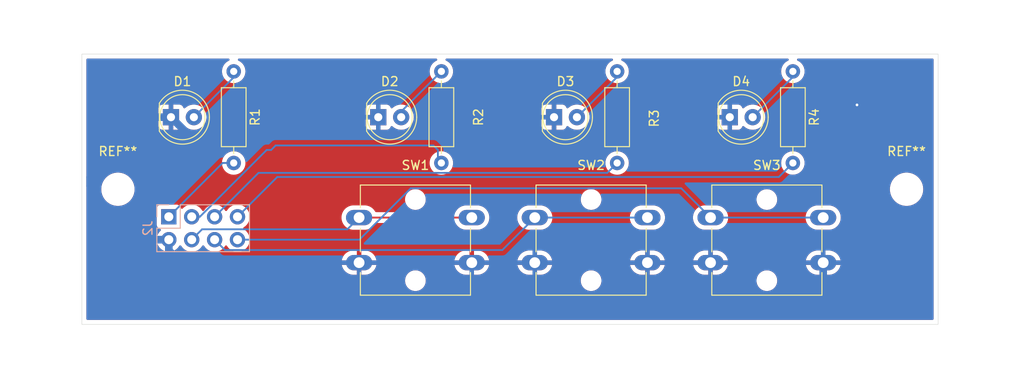
<source format=kicad_pcb>
(kicad_pcb (version 20240108) (generator "pcbnew") (generator_version "8.0")
  (layers (0 "F.Cu" signal) (31 "B.Cu" signal) (34 "B.Paste" user) (35 "F.Paste" user) (36 "B.SilkS" user "B.Silkscreen") (37 "F.SilkS" user "F.Silkscreen") (38 "B.Mask" user) (39 "F.Mask" user) (44 "Edge.Cuts" user))
  (net 0 "")
  (net 1 "Net-(D1-A)")
  (net 2 "Earth")
  (net 3 "Net-(D2-A)")
  (net 4 "Net-(D3-A)")
  (net 5 "Net-(D4-A)")
  (net 6 "/MAIN_LED")
  (net 7 "/RELAY3_BTN")
  (net 8 "/RELAY2_BTN")
  (net 9 "/RELAY3_LED")
  (net 10 "/RELAY2_LED")
  (net 11 "/RELAY1_LED")
  (net 12 "/RELAY1_BTN")
  (footprint "Resistor_THT:R_Axial_DIN0207_L6.3mm_D2.5mm_P10.16mm_Horizontal" (layer "F.Cu") (at 47.645813 31.781427 -90)
    (property "Reference" "R1" (at 5.08 -2.37 90) (layer "F.SilkS"))
    (property "Value" "330")
    (fp_line (start 1.81 1.37) (end 8.35 1.37) (stroke (width 0.12)) (layer "F.SilkS"))
    (fp_line (start 8.35 1.37) (end 8.35 -1.37) (stroke (width 0.12)) (layer "F.SilkS"))
    (fp_line (start 1.04 0) (end 1.81 0) (stroke (width 0.12)) (layer "F.SilkS"))
    (fp_line (start 9.12 0) (end 8.35 0) (stroke (width 0.12)) (layer "F.SilkS"))
    (fp_line (start 1.81 -1.37) (end 1.81 1.37) (stroke (width 0.12)) (layer "F.SilkS"))
    (fp_line (start 8.35 -1.37) (end 1.81 -1.37) (stroke (width 0.12)) (layer "F.SilkS"))
    (pad "1" thru_hole circle (at 0 0 270) (size 1.6 1.6) (drill 0.8) (layers "*.Cu" "*.Mask") (net 1 "Net-(D1-A)"))
    (pad "2" thru_hole oval (at 10.16 0 270) (size 1.6 1.6) (drill 0.8) (layers "*.Cu" "*.Mask") (net 6 "/MAIN_LED"))
  )
  (footprint "LED_THT:LED_D5.0mm" (layer "F.Cu") (at 83.185813 36.861427)
    (property "Reference" "D3" (at 1.27 -3.96 0) (layer "F.SilkS"))
    (property "Value" "LED")
    (fp_line (start -1.29 -1.545) (end -1.29 1.545) (stroke (width 0.12)) (layer "F.SilkS"))
    (fp_arc (start -1.29 -1.54483) (mid 2.072002 -2.880433) (end 4.26 0.000462) (stroke (width 0.12)) (layer "F.SilkS"))
    (fp_arc (start 4.26 -0.000462) (mid 2.072002 2.880433) (end -1.29 1.54483) (stroke (width 0.12)) (layer "F.SilkS"))
    (fp_circle (center 1.27 0) (end 3.77 0) (stroke (width 0.12)) (fill none) (layer "F.SilkS"))
    (pad "1" thru_hole rect (at 0 0) (size 1.8 1.8) (drill 0.9) (layers "*.Cu" "*.Mask") (net 2 "Earth"))
    (pad "2" thru_hole circle (at 2.54 0) (size 1.8 1.8) (drill 0.9) (layers "*.Cu" "*.Mask") (net 4 "Net-(D3-A)"))
  )
  (footprint "LED_THT:LED_D5.0mm" (layer "F.Cu") (at 40.685813 36.861427)
    (property "Reference" "D1" (at 1.27 -3.96 0) (layer "F.SilkS"))
    (property "Value" "LED")
    (fp_line (start -1.29 -1.545) (end -1.29 1.545) (stroke (width 0.12)) (layer "F.SilkS"))
    (fp_arc (start -1.29 -1.54483) (mid 2.072002 -2.880433) (end 4.26 0.000462) (stroke (width 0.12)) (layer "F.SilkS"))
    (fp_arc (start 4.26 -0.000462) (mid 2.072002 2.880433) (end -1.29 1.54483) (stroke (width 0.12)) (layer "F.SilkS"))
    (fp_circle (center 1.27 0) (end 3.77 0) (stroke (width 0.12)) (fill none) (layer "F.SilkS"))
    (pad "1" thru_hole rect (at 0 0) (size 1.8 1.8) (drill 0.9) (layers "*.Cu" "*.Mask") (net 2 "Earth"))
    (pad "2" thru_hole circle (at 2.54 0) (size 1.8 1.8) (drill 0.9) (layers "*.Cu" "*.Mask") (net 1 "Net-(D1-A)"))
  )
  (footprint "MountingHole:MountingHole_3.2mm_M3" (layer "F.Cu") (at 122.3 44.858052)
    (property "Reference" "REF**" (at 0 -4.2 0) (layer "F.SilkS"))
    (property "Value" "MountingHole_3.2mm_M3" (hide yes))
    (pad "" np_thru_hole circle (at 0 0) (size 3.2 3.2) (drill 3.2) (layers "*.Cu" "*.Mask"))
  )
  (footprint "LED_THT:LED_D5.0mm" (layer "F.Cu") (at 63.685813 36.861427)
    (property "Reference" "D2" (at 1.27 -3.96 0) (layer "F.SilkS"))
    (property "Value" "LED")
    (fp_line (start -1.29 -1.545) (end -1.29 1.545) (stroke (width 0.12)) (layer "F.SilkS"))
    (fp_arc (start -1.29 -1.54483) (mid 2.072002 -2.880433) (end 4.26 0.000462) (stroke (width 0.12)) (layer "F.SilkS"))
    (fp_arc (start 4.26 -0.000462) (mid 2.072002 2.880433) (end -1.29 1.54483) (stroke (width 0.12)) (layer "F.SilkS"))
    (fp_circle (center 1.27 0) (end 3.77 0) (stroke (width 0.12)) (fill none) (layer "F.SilkS"))
    (pad "1" thru_hole rect (at 0 0) (size 1.8 1.8) (drill 0.9) (layers "*.Cu" "*.Mask") (net 2 "Earth"))
    (pad "2" thru_hole circle (at 2.54 0) (size 1.8 1.8) (drill 0.9) (layers "*.Cu" "*.Mask") (net 3 "Net-(D2-A)"))
  )
  (footprint "MountingHole:MountingHole_3.2mm_M3" (layer "F.Cu") (at 34.8 44.858052)
    (property "Reference" "REF**" (at 0 -4.2 0) (layer "F.SilkS"))
    (property "Value" "MountingHole_3.2mm_M3" (hide yes))
    (pad "" np_thru_hole circle (at 0 0) (size 3.2 3.2) (drill 3.2) (layers "*.Cu" "*.Mask"))
  )
  (footprint "LED_THT:LED_D5.0mm" (layer "F.Cu") (at 102.685813 36.861427)
    (property "Reference" "D4" (at 1.27 -3.96 0) (layer "F.SilkS"))
    (property "Value" "LED")
    (fp_line (start -1.29 -1.545) (end -1.29 1.545) (stroke (width 0.12)) (layer "F.SilkS"))
    (fp_arc (start -1.29 -1.54483) (mid 2.072002 -2.880433) (end 4.26 0.000462) (stroke (width 0.12)) (layer "F.SilkS"))
    (fp_arc (start 4.26 -0.000462) (mid 2.072002 2.880433) (end -1.29 1.54483) (stroke (width 0.12)) (layer "F.SilkS"))
    (fp_circle (center 1.27 0) (end 3.77 0) (stroke (width 0.12)) (fill none) (layer "F.SilkS"))
    (pad "1" thru_hole rect (at 0 0) (size 1.8 1.8) (drill 0.9) (layers "*.Cu" "*.Mask") (net 2 "Earth"))
    (pad "2" thru_hole circle (at 2.54 0) (size 1.8 1.8) (drill 0.9) (layers "*.Cu" "*.Mask") (net 5 "Net-(D4-A)"))
  )
  (footprint "Button_Switch_THT:SW_SPST_Omron_B3F-40xx" (layer "F.Cu") (at 81.05 48)
    (property "Reference" "SW2" (at 6.25 -5.8 0) (layer "F.SilkS"))
    (property "Value" "SW_Push")
    (fp_line (start 0.14 -3.61) (end 0.14 -1.1) (stroke (width 0.12)) (layer "F.SilkS"))
    (fp_line (start 0.14 -3.61) (end 12.36 -3.61) (stroke (width 0.12)) (layer "F.SilkS"))
    (fp_line (start 0.14 1.2) (end 0.14 3.8) (stroke (width 0.12)) (layer "F.SilkS"))
    (fp_line (start 0.14 6.1) (end 0.14 8.61) (stroke (width 0.12)) (layer "F.SilkS"))
    (fp_line (start 12.36 -3.61) (end 12.36 -1.1) (stroke (width 0.12)) (layer "F.SilkS"))
    (fp_line (start 12.36 1.2) (end 12.36 3.8) (stroke (width 0.12)) (layer "F.SilkS"))
    (fp_line (start 12.36 6.1) (end 12.36 8.61) (stroke (width 0.12)) (layer "F.SilkS"))
    (fp_line (start 12.36 8.61) (end 0.14 8.61) (stroke (width 0.12)) (layer "F.SilkS"))
    (pad "" np_thru_hole circle (at 6.25 -2) (size 1.8 1.8) (drill 1.8) (layers "F&B.Cu" "*.Mask"))
    (pad "" np_thru_hole circle (at 6.25 7) (size 1.8 1.8) (drill 1.8) (layers "F&B.Cu" "*.Mask"))
    (pad "1" thru_hole oval (at 0 0) (size 2.9 1.7) (drill 1.2) (layers "*.Cu" "*.Mask") (net 8 "/RELAY2_BTN"))
    (pad "1" thru_hole oval (at 12.5 0) (size 2.9 1.7) (drill 1.2) (layers "*.Cu" "*.Mask") (net 8 "/RELAY2_BTN"))
    (pad "2" thru_hole oval (at 0 5) (size 2.9 1.7) (drill 1.2) (layers "*.Cu" "*.Mask") (net 2 "Earth"))
    (pad "2" thru_hole oval (at 12.5 5) (size 2.9 1.7) (drill 1.2) (layers "*.Cu" "*.Mask") (net 2 "Earth"))
  )
  (footprint "Button_Switch_THT:SW_SPST_Omron_B3F-40xx" (layer "F.Cu") (at 61.557438 48)
    (property "Reference" "SW1" (at 6.25 -5.8 0) (layer "F.SilkS"))
    (property "Value" "SW_Push")
    (fp_line (start 0.14 -3.61) (end 0.14 -1.1) (stroke (width 0.12)) (layer "F.SilkS"))
    (fp_line (start 0.14 -3.61) (end 12.36 -3.61) (stroke (width 0.12)) (layer "F.SilkS"))
    (fp_line (start 0.14 1.2) (end 0.14 3.8) (stroke (width 0.12)) (layer "F.SilkS"))
    (fp_line (start 0.14 6.1) (end 0.14 8.61) (stroke (width 0.12)) (layer "F.SilkS"))
    (fp_line (start 12.36 -3.61) (end 12.36 -1.1) (stroke (width 0.12)) (layer "F.SilkS"))
    (fp_line (start 12.36 1.2) (end 12.36 3.8) (stroke (width 0.12)) (layer "F.SilkS"))
    (fp_line (start 12.36 6.1) (end 12.36 8.61) (stroke (width 0.12)) (layer "F.SilkS"))
    (fp_line (start 12.36 8.61) (end 0.14 8.61) (stroke (width 0.12)) (layer "F.SilkS"))
    (pad "" np_thru_hole circle (at 6.25 -2) (size 1.8 1.8) (drill 1.8) (layers "F&B.Cu" "*.Mask"))
    (pad "" np_thru_hole circle (at 6.25 7) (size 1.8 1.8) (drill 1.8) (layers "F&B.Cu" "*.Mask"))
    (pad "1" thru_hole oval (at 0 0) (size 2.9 1.7) (drill 1.2) (layers "*.Cu" "*.Mask") (net 12 "/RELAY1_BTN"))
    (pad "1" thru_hole oval (at 12.5 0) (size 2.9 1.7) (drill 1.2) (layers "*.Cu" "*.Mask") (net 12 "/RELAY1_BTN"))
    (pad "2" thru_hole oval (at 0 5) (size 2.9 1.7) (drill 1.2) (layers "*.Cu" "*.Mask") (net 2 "Earth"))
    (pad "2" thru_hole oval (at 12.5 5) (size 2.9 1.7) (drill 1.2) (layers "*.Cu" "*.Mask") (net 2 "Earth"))
  )
  (footprint "Resistor_THT:R_Axial_DIN0207_L6.3mm_D2.5mm_P10.16mm_Horizontal" (layer "F.Cu") (at 70.685813 41.941427 90)
    (property "Reference" "R2" (at 5.08 4.114187 90) (layer "F.SilkS"))
    (property "Value" "330")
    (fp_line (start 8.35 -1.37) (end 1.81 -1.37) (stroke (width 0.12)) (layer "F.SilkS"))
    (fp_line (start 1.81 -1.37) (end 1.81 1.37) (stroke (width 0.12)) (layer "F.SilkS"))
    (fp_line (start 9.12 0) (end 8.35 0) (stroke (width 0.12)) (layer "F.SilkS"))
    (fp_line (start 1.04 0) (end 1.81 0) (stroke (width 0.12)) (layer "F.SilkS"))
    (fp_line (start 8.35 1.37) (end 8.35 -1.37) (stroke (width 0.12)) (layer "F.SilkS"))
    (fp_line (start 1.81 1.37) (end 8.35 1.37) (stroke (width 0.12)) (layer "F.SilkS"))
    (pad "1" thru_hole circle (at 0 0 90) (size 1.6 1.6) (drill 0.8) (layers "*.Cu" "*.Mask") (net 11 "/RELAY1_LED"))
    (pad "2" thru_hole oval (at 10.16 0 90) (size 1.6 1.6) (drill 0.8) (layers "*.Cu" "*.Mask") (net 3 "Net-(D2-A)"))
  )
  (footprint "Resistor_THT:R_Axial_DIN0207_L6.3mm_D2.5mm_P10.16mm_Horizontal" (layer "F.Cu") (at 90.185813 41.941427 90)
    (property "Reference" "R3" (at 4.941427 4.114187 90) (layer "F.SilkS"))
    (property "Value" "330")
    (fp_line (start 8.35 -1.37) (end 1.81 -1.37) (stroke (width 0.12)) (layer "F.SilkS"))
    (fp_line (start 1.81 -1.37) (end 1.81 1.37) (stroke (width 0.12)) (layer "F.SilkS"))
    (fp_line (start 9.12 0) (end 8.35 0) (stroke (width 0.12)) (layer "F.SilkS"))
    (fp_line (start 1.04 0) (end 1.81 0) (stroke (width 0.12)) (layer "F.SilkS"))
    (fp_line (start 8.35 1.37) (end 8.35 -1.37) (stroke (width 0.12)) (layer "F.SilkS"))
    (fp_line (start 1.81 1.37) (end 8.35 1.37) (stroke (width 0.12)) (layer "F.SilkS"))
    (pad "1" thru_hole circle (at 0 0 90) (size 1.6 1.6) (drill 0.8) (layers "*.Cu" "*.Mask") (net 10 "/RELAY2_LED"))
    (pad "2" thru_hole oval (at 10.16 0 90) (size 1.6 1.6) (drill 0.8) (layers "*.Cu" "*.Mask") (net 4 "Net-(D3-A)"))
  )
  (footprint "Button_Switch_THT:SW_SPST_Omron_B3F-40xx" (layer "F.Cu") (at 100.55 48)
    (property "Reference" "SW3" (at 6.25 -5.8 0) (layer "F.SilkS"))
    (property "Value" "SW_Push")
    (fp_line (start 0.14 -3.61) (end 0.14 -1.1) (stroke (width 0.12)) (layer "F.SilkS"))
    (fp_line (start 0.14 -3.61) (end 12.36 -3.61) (stroke (width 0.12)) (layer "F.SilkS"))
    (fp_line (start 0.14 1.2) (end 0.14 3.8) (stroke (width 0.12)) (layer "F.SilkS"))
    (fp_line (start 0.14 6.1) (end 0.14 8.61) (stroke (width 0.12)) (layer "F.SilkS"))
    (fp_line (start 12.36 -3.61) (end 12.36 -1.1) (stroke (width 0.12)) (layer "F.SilkS"))
    (fp_line (start 12.36 1.2) (end 12.36 3.8) (stroke (width 0.12)) (layer "F.SilkS"))
    (fp_line (start 12.36 6.1) (end 12.36 8.61) (stroke (width 0.12)) (layer "F.SilkS"))
    (fp_line (start 12.36 8.61) (end 0.14 8.61) (stroke (width 0.12)) (layer "F.SilkS"))
    (pad "" np_thru_hole circle (at 6.25 -2) (size 1.8 1.8) (drill 1.8) (layers "F&B.Cu" "*.Mask"))
    (pad "" np_thru_hole circle (at 6.25 7) (size 1.8 1.8) (drill 1.8) (layers "F&B.Cu" "*.Mask"))
    (pad "1" thru_hole oval (at 0 0) (size 2.9 1.7) (drill 1.2) (layers "*.Cu" "*.Mask") (net 7 "/RELAY3_BTN"))
    (pad "1" thru_hole oval (at 12.5 0) (size 2.9 1.7) (drill 1.2) (layers "*.Cu" "*.Mask") (net 7 "/RELAY3_BTN"))
    (pad "2" thru_hole oval (at 0 5) (size 2.9 1.7) (drill 1.2) (layers "*.Cu" "*.Mask") (net 2 "Earth"))
    (pad "2" thru_hole oval (at 12.5 5) (size 2.9 1.7) (drill 1.2) (layers "*.Cu" "*.Mask") (net 2 "Earth"))
  )
  (footprint "Resistor_THT:R_Axial_DIN0207_L6.3mm_D2.5mm_P10.16mm_Horizontal" (layer "F.Cu") (at 109.685813 31.781427 -90)
    (property "Reference" "R4" (at 5.08 -2.37 90) (layer "F.SilkS"))
    (property "Value" "330")
    (fp_line (start 1.81 1.37) (end 8.35 1.37) (stroke (width 0.12)) (layer "F.SilkS"))
    (fp_line (start 8.35 1.37) (end 8.35 -1.37) (stroke (width 0.12)) (layer "F.SilkS"))
    (fp_line (start 1.04 0) (end 1.81 0) (stroke (width 0.12)) (layer "F.SilkS"))
    (fp_line (start 9.12 0) (end 8.35 0) (stroke (width 0.12)) (layer "F.SilkS"))
    (fp_line (start 1.81 -1.37) (end 1.81 1.37) (stroke (width 0.12)) (layer "F.SilkS"))
    (fp_line (start 8.35 -1.37) (end 1.81 -1.37) (stroke (width 0.12)) (layer "F.SilkS"))
    (pad "1" thru_hole circle (at 0 0 270) (size 1.6 1.6) (drill 0.8) (layers "*.Cu" "*.Mask") (net 5 "Net-(D4-A)"))
    (pad "2" thru_hole oval (at 10.16 0 270) (size 1.6 1.6) (drill 0.8) (layers "*.Cu" "*.Mask") (net 9 "/RELAY3_LED"))
  )
  (footprint "alphabetical_pin_headers:PinHeader_2x04_P2.54mm_Vertical_alphabetical" (layer "B.Cu") (at 40.445813 47.911427 -90)
    (property "Reference" "J2" (at 1.27 2.33 90) (layer "B.SilkS") (effects (justify mirror)))
    (property "Value" "Conn_02x04_Row_Letter_Last" (hide yes))
    (fp_line (start -1.33 1.33) (end -1.33 0) (stroke (width 0.12)) (layer "B.SilkS"))
    (fp_line (start 0 1.33) (end -1.33 1.33) (stroke (width 0.12)) (layer "B.SilkS"))
    (fp_line (start 1.27 1.33) (end 1.27 -1.27) (stroke (width 0.12)) (layer "B.SilkS"))
    (fp_line (start 3.87 1.33) (end 1.27 1.33) (stroke (width 0.12)) (layer "B.SilkS"))
    (fp_line (start 1.27 -1.27) (end -1.33 -1.27) (stroke (width 0.12)) (layer "B.SilkS"))
    (fp_line (start -1.33 -8.95) (end -1.33 -1.27) (stroke (width 0.12)) (layer "B.SilkS"))
    (fp_line (start 3.87 -8.95) (end 3.87 1.33) (stroke (width 0.12)) (layer "B.SilkS"))
    (fp_line (start 3.87 -8.95) (end -1.33 -8.95) (stroke (width 0.12)) (layer "B.SilkS"))
    (pad "1a" thru_hole rect (at 0 0 270) (size 1.7 1.7) (drill 1) (layers "*.Cu" "*.Mask") (net 6 "/MAIN_LED"))
    (pad "1b" thru_hole oval (at 2.54 0 270) (size 1.7 1.7) (drill 1) (layers "*.Cu" "*.Mask") (net 2 "Earth"))
    (pad "2a" thru_hole oval (at 0 -2.54 270) (size 1.7 1.7) (drill 1) (layers "*.Cu" "*.Mask") (net 11 "/RELAY1_LED"))
    (pad "2b" thru_hole oval (at 2.54 -2.54 270) (size 1.7 1.7) (drill 1) (layers "*.Cu" "*.Mask") (net 12 "/RELAY1_BTN"))
    (pad "3a" thru_hole oval (at 0 -5.08 270) (size 1.7 1.7) (drill 1) (layers "*.Cu" "*.Mask") (net 10 "/RELAY2_LED"))
    (pad "3b" thru_hole oval (at 2.54 -5.08 270) (size 1.7 1.7) (drill 1) (layers "*.Cu" "*.Mask") (net 8 "/RELAY2_BTN"))
    (pad "4a" thru_hole oval (at 0 -7.62 270) (size 1.7 1.7) (drill 1) (layers "*.Cu" "*.Mask") (net 9 "/RELAY3_LED"))
    (pad "4b" thru_hole oval (at 2.54 -7.62 270) (size 1.7 1.7) (drill 1) (layers "*.Cu" "*.Mask") (net 7 "/RELAY3_BTN"))
  )
  (gr_rect (start 30.8 29.858052) (end 125.8 59.858052) (stroke (width 0.05)) (fill none) (layer "Edge.Cuts"))
  (segment (start 43.225813 36.201427) (end 43.225813 36.861427) (width 0.2) (layer "B.Cu") (net 1))
  (segment (start 43.225813 36.861427) (end 47.645813 32.441427) (width 0.2) (layer "B.Cu") (net 1))
  (segment (start 47.645813 32.441427) (end 47.645813 31.781427) (width 0.2) (layer "B.Cu") (net 1))
  (via (at 116.8 35.5) (size 0.6) (drill 0.3) (layers "F.Cu" "B.Cu") (net 2))
  (segment (start 113.05 53) (end 113.05 57.25) (width 0.85) (layer "B.Cu") (net 2))
  (segment (start 40.685813 36.861427) (end 38.363573 36.861427) (width 0.85) (layer "B.Cu") (net 2))
  (segment (start 111.8 58.5) (end 47.292305 58.5) (width 0.85) (layer "B.Cu") (net 2))
  (segment (start 40.445813 51.653508) (end 40.445813 50.451427) (width 0.85) (layer "B.Cu") (net 2))
  (segment (start 32.348573 50.451427) (end 40.445813 50.451427) (width 0.85) (layer "B.Cu") (net 2))
  (segment (start 31.8 44.575) (end 31.8 51) (width 0.85) (layer "B.Cu") (net 2))
  (segment (start 40.685813 36.861427) (end 42.824386 39) (width 0.85) (layer "B.Cu") (net 2))
  (segment (start 31.8 51) (end 32.348573 50.451427) (width 0.85) (layer "B.Cu") (net 2))
  (segment (start 47.292305 58.5) (end 40.445813 51.653508) (width 0.85) (layer "B.Cu") (net 2))
  (segment (start 38.363573 36.861427) (end 31.725 43.5) (width 0.85) (layer "B.Cu") (net 2))
  (segment (start 31.725 43.5) (end 31.725 44.5) (width 0.85) (layer "B.Cu") (net 2))
  (segment (start 42.824386 39) (end 51.3 39) (width 0.85) (layer "B.Cu") (net 2))
  (segment (start 31.725 44.5) (end 31.8 44.575) (width 0.85) (layer "B.Cu") (net 2))
  (segment (start 113.05 57.25) (end 111.8 58.5) (width 0.85) (layer "B.Cu") (net 2))
  (segment (start 66.225813 36.241427) (end 66.225813 36.861427) (width 0.2) (layer "B.Cu") (net 3))
  (segment (start 70.685813 31.781427) (end 66.225813 36.241427) (width 0.2) (layer "B.Cu") (net 3))
  (segment (start 90.185813 32.401427) (end 90.185813 31.781427) (width 0.2) (layer "B.Cu") (net 4))
  (segment (start 85.725813 36.861427) (end 90.185813 32.401427) (width 0.2) (layer "B.Cu") (net 4))
  (segment (start 109.685813 32.401427) (end 109.685813 31.781427) (width 0.2) (layer "B.Cu") (net 5))
  (segment (start 105.225813 36.861427) (end 109.685813 32.401427) (width 0.2) (layer "B.Cu") (net 5))
  (segment (start 46.415813 41.941427) (end 47.645813 41.941427) (width 0.2) (layer "B.Cu") (net 6))
  (segment (start 40.445813 47.911427) (end 46.415813 41.941427) (width 0.2) (layer "B.Cu") (net 6))
  (segment (start 100.55 48) (end 113.05 48) (width 0.2) (layer "B.Cu") (net 7))
  (segment (start 97.3 44.75) (end 100.55 48) (width 0.2) (layer "B.Cu") (net 7))
  (segment (start 48.065813 50.451427) (end 61.588244 50.451427) (width 0.2) (layer "B.Cu") (net 7))
  (segment (start 67.289671 44.75) (end 97.3 44.75) (width 0.2) (layer "B.Cu") (net 7))
  (segment (start 61.588244 50.451427) (end 67.289671 44.75) (width 0.2) (layer "B.Cu") (net 7))
  (segment (start 45.525813 50.451427) (end 46.675813 51.601427) (width 0.2) (layer "B.Cu") (net 8))
  (segment (start 77.448573 51.601427) (end 81.05 48) (width 0.2) (layer "B.Cu") (net 8))
  (segment (start 46.675813 51.601427) (end 77.448573 51.601427) (width 0.2) (layer "B.Cu") (net 8))
  (segment (start 81.05 48) (end 93.55 48) (width 0.2) (layer "B.Cu") (net 8))
  (segment (start 48.065813 47.911427) (end 52.47724 43.5) (width 0.2) (layer "B.Cu") (net 9))
  (segment (start 108.12724 43.5) (end 109.685813 41.941427) (width 0.2) (layer "B.Cu") (net 9))
  (segment (start 52.47724 43.5) (end 108.12724 43.5) (width 0.2) (layer "B.Cu") (net 9))
  (segment (start 45.525813 47.911427) (end 50.395813 43.041427) (width 0.2) (layer "B.Cu") (net 10))
  (segment (start 89.085813 43.041427) (end 90.185813 41.941427) (width 0.2) (layer "B.Cu") (net 10))
  (segment (start 50.395813 43.041427) (end 89.085813 43.041427) (width 0.2) (layer "B.Cu") (net 10))
  (segment (start 51.3 40.5) (end 51.8 40.5) (width 0.2) (layer "B.Cu") (net 11))
  (segment (start 42.985813 47.911427) (end 43.888573 47.911427) (width 0.2) (layer "B.Cu") (net 11))
  (segment (start 51.8 40.5) (end 52.3 40) (width 0.2) (layer "B.Cu") (net 11))
  (segment (start 70.3 41.555614) (end 70.685813 41.941427) (width 0.2) (layer "B.Cu") (net 11))
  (segment (start 52.3 40) (end 69.8 40) (width 0.2) (layer "B.Cu") (net 11))
  (segment (start 69.8 40) (end 70.3 40.5) (width 0.2) (layer "B.Cu") (net 11))
  (segment (start 70.3 40.5) (end 70.3 41.555614) (width 0.2) (layer "B.Cu") (net 11))
  (segment (start 43.888573 47.911427) (end 51.3 40.5) (width 0.2) (layer "B.Cu") (net 11))
  (segment (start 61.557438 48) (end 74.057438 48) (width 0.2) (layer "F.Cu") (net 12))
  (segment (start 44.135813 49.301427) (end 60.256011 49.301427) (width 0.2) (layer "B.Cu") (net 12))
  (segment (start 42.985813 50.451427) (end 44.135813 49.301427) (width 0.2) (layer "B.Cu") (net 12))
  (segment (start 60.256011 49.301427) (end 61.557438 48) (width 0.2) (layer "B.Cu") (net 12))
  (zone (net 2) (net_name "Earth") (layers "F&B.Cu") (connect_pads (clearance 0.5)) (min_thickness 0.25) (fill yes (thermal_gap 0.5) (thermal_bridge_width 0.5))
    (polygon (pts (xy 130.8 29.5) (xy 129.8 63) (xy 24.3 65) (xy 24.3 27.5) (xy 131.3 27)))
  )
)
</source>
